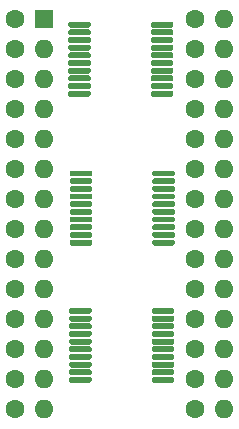
<source format=gts>
G04 #@! TF.GenerationSoftware,KiCad,Pcbnew,(5.1.8)-1*
G04 #@! TF.CreationDate,2021-02-05T23:49:50-08:00*
G04 #@! TF.ProjectId,ROM_Emulator,524f4d5f-456d-4756-9c61-746f722e6b69,rev?*
G04 #@! TF.SameCoordinates,Original*
G04 #@! TF.FileFunction,Soldermask,Top*
G04 #@! TF.FilePolarity,Negative*
%FSLAX46Y46*%
G04 Gerber Fmt 4.6, Leading zero omitted, Abs format (unit mm)*
G04 Created by KiCad (PCBNEW (5.1.8)-1) date 2021-02-05 23:49:50*
%MOMM*%
%LPD*%
G01*
G04 APERTURE LIST*
%ADD10C,1.600000*%
%ADD11O,1.600000X1.600000*%
%ADD12R,1.600000X1.600000*%
G04 APERTURE END LIST*
D10*
X179806600Y-116967000D03*
X164566600Y-116967000D03*
X179806600Y-114427000D03*
X179806600Y-111887000D03*
X179806600Y-109347000D03*
X179806600Y-106807000D03*
X179806600Y-104267000D03*
X179806600Y-101727000D03*
X179806600Y-99187000D03*
X179806600Y-96647000D03*
X179806600Y-94107000D03*
X179806600Y-91567000D03*
X179806600Y-89027000D03*
X179806600Y-86487000D03*
X179806600Y-83947000D03*
X164566600Y-114427000D03*
X164566600Y-111887000D03*
X164566600Y-109347000D03*
X164566600Y-106807000D03*
X164566600Y-104267000D03*
X164566600Y-101727000D03*
X164566600Y-99187000D03*
X164566600Y-96647000D03*
X164566600Y-94107000D03*
X164566600Y-91567000D03*
X164566600Y-89027000D03*
X164566600Y-86487000D03*
X164566600Y-83947000D03*
G36*
G01*
X169057400Y-84525200D02*
X169057400Y-84275200D01*
G75*
G02*
X169182400Y-84150200I125000J0D01*
G01*
X170832400Y-84150200D01*
G75*
G02*
X170957400Y-84275200I0J-125000D01*
G01*
X170957400Y-84525200D01*
G75*
G02*
X170832400Y-84650200I-125000J0D01*
G01*
X169182400Y-84650200D01*
G75*
G02*
X169057400Y-84525200I0J125000D01*
G01*
G37*
G36*
G01*
X169057400Y-85175200D02*
X169057400Y-84925200D01*
G75*
G02*
X169182400Y-84800200I125000J0D01*
G01*
X170832400Y-84800200D01*
G75*
G02*
X170957400Y-84925200I0J-125000D01*
G01*
X170957400Y-85175200D01*
G75*
G02*
X170832400Y-85300200I-125000J0D01*
G01*
X169182400Y-85300200D01*
G75*
G02*
X169057400Y-85175200I0J125000D01*
G01*
G37*
G36*
G01*
X169057400Y-85825200D02*
X169057400Y-85575200D01*
G75*
G02*
X169182400Y-85450200I125000J0D01*
G01*
X170832400Y-85450200D01*
G75*
G02*
X170957400Y-85575200I0J-125000D01*
G01*
X170957400Y-85825200D01*
G75*
G02*
X170832400Y-85950200I-125000J0D01*
G01*
X169182400Y-85950200D01*
G75*
G02*
X169057400Y-85825200I0J125000D01*
G01*
G37*
G36*
G01*
X169057400Y-86475200D02*
X169057400Y-86225200D01*
G75*
G02*
X169182400Y-86100200I125000J0D01*
G01*
X170832400Y-86100200D01*
G75*
G02*
X170957400Y-86225200I0J-125000D01*
G01*
X170957400Y-86475200D01*
G75*
G02*
X170832400Y-86600200I-125000J0D01*
G01*
X169182400Y-86600200D01*
G75*
G02*
X169057400Y-86475200I0J125000D01*
G01*
G37*
G36*
G01*
X169057400Y-87125200D02*
X169057400Y-86875200D01*
G75*
G02*
X169182400Y-86750200I125000J0D01*
G01*
X170832400Y-86750200D01*
G75*
G02*
X170957400Y-86875200I0J-125000D01*
G01*
X170957400Y-87125200D01*
G75*
G02*
X170832400Y-87250200I-125000J0D01*
G01*
X169182400Y-87250200D01*
G75*
G02*
X169057400Y-87125200I0J125000D01*
G01*
G37*
G36*
G01*
X169057400Y-87775200D02*
X169057400Y-87525200D01*
G75*
G02*
X169182400Y-87400200I125000J0D01*
G01*
X170832400Y-87400200D01*
G75*
G02*
X170957400Y-87525200I0J-125000D01*
G01*
X170957400Y-87775200D01*
G75*
G02*
X170832400Y-87900200I-125000J0D01*
G01*
X169182400Y-87900200D01*
G75*
G02*
X169057400Y-87775200I0J125000D01*
G01*
G37*
G36*
G01*
X169057400Y-88425200D02*
X169057400Y-88175200D01*
G75*
G02*
X169182400Y-88050200I125000J0D01*
G01*
X170832400Y-88050200D01*
G75*
G02*
X170957400Y-88175200I0J-125000D01*
G01*
X170957400Y-88425200D01*
G75*
G02*
X170832400Y-88550200I-125000J0D01*
G01*
X169182400Y-88550200D01*
G75*
G02*
X169057400Y-88425200I0J125000D01*
G01*
G37*
G36*
G01*
X169057400Y-89075200D02*
X169057400Y-88825200D01*
G75*
G02*
X169182400Y-88700200I125000J0D01*
G01*
X170832400Y-88700200D01*
G75*
G02*
X170957400Y-88825200I0J-125000D01*
G01*
X170957400Y-89075200D01*
G75*
G02*
X170832400Y-89200200I-125000J0D01*
G01*
X169182400Y-89200200D01*
G75*
G02*
X169057400Y-89075200I0J125000D01*
G01*
G37*
G36*
G01*
X169057400Y-89725200D02*
X169057400Y-89475200D01*
G75*
G02*
X169182400Y-89350200I125000J0D01*
G01*
X170832400Y-89350200D01*
G75*
G02*
X170957400Y-89475200I0J-125000D01*
G01*
X170957400Y-89725200D01*
G75*
G02*
X170832400Y-89850200I-125000J0D01*
G01*
X169182400Y-89850200D01*
G75*
G02*
X169057400Y-89725200I0J125000D01*
G01*
G37*
G36*
G01*
X169057400Y-90375200D02*
X169057400Y-90125200D01*
G75*
G02*
X169182400Y-90000200I125000J0D01*
G01*
X170832400Y-90000200D01*
G75*
G02*
X170957400Y-90125200I0J-125000D01*
G01*
X170957400Y-90375200D01*
G75*
G02*
X170832400Y-90500200I-125000J0D01*
G01*
X169182400Y-90500200D01*
G75*
G02*
X169057400Y-90375200I0J125000D01*
G01*
G37*
G36*
G01*
X176057400Y-90375200D02*
X176057400Y-90125200D01*
G75*
G02*
X176182400Y-90000200I125000J0D01*
G01*
X177832400Y-90000200D01*
G75*
G02*
X177957400Y-90125200I0J-125000D01*
G01*
X177957400Y-90375200D01*
G75*
G02*
X177832400Y-90500200I-125000J0D01*
G01*
X176182400Y-90500200D01*
G75*
G02*
X176057400Y-90375200I0J125000D01*
G01*
G37*
G36*
G01*
X176057400Y-89725200D02*
X176057400Y-89475200D01*
G75*
G02*
X176182400Y-89350200I125000J0D01*
G01*
X177832400Y-89350200D01*
G75*
G02*
X177957400Y-89475200I0J-125000D01*
G01*
X177957400Y-89725200D01*
G75*
G02*
X177832400Y-89850200I-125000J0D01*
G01*
X176182400Y-89850200D01*
G75*
G02*
X176057400Y-89725200I0J125000D01*
G01*
G37*
G36*
G01*
X176057400Y-89075200D02*
X176057400Y-88825200D01*
G75*
G02*
X176182400Y-88700200I125000J0D01*
G01*
X177832400Y-88700200D01*
G75*
G02*
X177957400Y-88825200I0J-125000D01*
G01*
X177957400Y-89075200D01*
G75*
G02*
X177832400Y-89200200I-125000J0D01*
G01*
X176182400Y-89200200D01*
G75*
G02*
X176057400Y-89075200I0J125000D01*
G01*
G37*
G36*
G01*
X176057400Y-88425200D02*
X176057400Y-88175200D01*
G75*
G02*
X176182400Y-88050200I125000J0D01*
G01*
X177832400Y-88050200D01*
G75*
G02*
X177957400Y-88175200I0J-125000D01*
G01*
X177957400Y-88425200D01*
G75*
G02*
X177832400Y-88550200I-125000J0D01*
G01*
X176182400Y-88550200D01*
G75*
G02*
X176057400Y-88425200I0J125000D01*
G01*
G37*
G36*
G01*
X176057400Y-87775200D02*
X176057400Y-87525200D01*
G75*
G02*
X176182400Y-87400200I125000J0D01*
G01*
X177832400Y-87400200D01*
G75*
G02*
X177957400Y-87525200I0J-125000D01*
G01*
X177957400Y-87775200D01*
G75*
G02*
X177832400Y-87900200I-125000J0D01*
G01*
X176182400Y-87900200D01*
G75*
G02*
X176057400Y-87775200I0J125000D01*
G01*
G37*
G36*
G01*
X176057400Y-87125200D02*
X176057400Y-86875200D01*
G75*
G02*
X176182400Y-86750200I125000J0D01*
G01*
X177832400Y-86750200D01*
G75*
G02*
X177957400Y-86875200I0J-125000D01*
G01*
X177957400Y-87125200D01*
G75*
G02*
X177832400Y-87250200I-125000J0D01*
G01*
X176182400Y-87250200D01*
G75*
G02*
X176057400Y-87125200I0J125000D01*
G01*
G37*
G36*
G01*
X176057400Y-86475200D02*
X176057400Y-86225200D01*
G75*
G02*
X176182400Y-86100200I125000J0D01*
G01*
X177832400Y-86100200D01*
G75*
G02*
X177957400Y-86225200I0J-125000D01*
G01*
X177957400Y-86475200D01*
G75*
G02*
X177832400Y-86600200I-125000J0D01*
G01*
X176182400Y-86600200D01*
G75*
G02*
X176057400Y-86475200I0J125000D01*
G01*
G37*
G36*
G01*
X176057400Y-85825200D02*
X176057400Y-85575200D01*
G75*
G02*
X176182400Y-85450200I125000J0D01*
G01*
X177832400Y-85450200D01*
G75*
G02*
X177957400Y-85575200I0J-125000D01*
G01*
X177957400Y-85825200D01*
G75*
G02*
X177832400Y-85950200I-125000J0D01*
G01*
X176182400Y-85950200D01*
G75*
G02*
X176057400Y-85825200I0J125000D01*
G01*
G37*
G36*
G01*
X176057400Y-85175200D02*
X176057400Y-84925200D01*
G75*
G02*
X176182400Y-84800200I125000J0D01*
G01*
X177832400Y-84800200D01*
G75*
G02*
X177957400Y-84925200I0J-125000D01*
G01*
X177957400Y-85175200D01*
G75*
G02*
X177832400Y-85300200I-125000J0D01*
G01*
X176182400Y-85300200D01*
G75*
G02*
X176057400Y-85175200I0J125000D01*
G01*
G37*
G36*
G01*
X176057400Y-84525200D02*
X176057400Y-84275200D01*
G75*
G02*
X176182400Y-84150200I125000J0D01*
G01*
X177832400Y-84150200D01*
G75*
G02*
X177957400Y-84275200I0J-125000D01*
G01*
X177957400Y-84525200D01*
G75*
G02*
X177832400Y-84650200I-125000J0D01*
G01*
X176182400Y-84650200D01*
G75*
G02*
X176057400Y-84525200I0J125000D01*
G01*
G37*
G36*
G01*
X176184400Y-97123600D02*
X176184400Y-96873600D01*
G75*
G02*
X176309400Y-96748600I125000J0D01*
G01*
X177959400Y-96748600D01*
G75*
G02*
X178084400Y-96873600I0J-125000D01*
G01*
X178084400Y-97123600D01*
G75*
G02*
X177959400Y-97248600I-125000J0D01*
G01*
X176309400Y-97248600D01*
G75*
G02*
X176184400Y-97123600I0J125000D01*
G01*
G37*
G36*
G01*
X176184400Y-97773600D02*
X176184400Y-97523600D01*
G75*
G02*
X176309400Y-97398600I125000J0D01*
G01*
X177959400Y-97398600D01*
G75*
G02*
X178084400Y-97523600I0J-125000D01*
G01*
X178084400Y-97773600D01*
G75*
G02*
X177959400Y-97898600I-125000J0D01*
G01*
X176309400Y-97898600D01*
G75*
G02*
X176184400Y-97773600I0J125000D01*
G01*
G37*
G36*
G01*
X176184400Y-98423600D02*
X176184400Y-98173600D01*
G75*
G02*
X176309400Y-98048600I125000J0D01*
G01*
X177959400Y-98048600D01*
G75*
G02*
X178084400Y-98173600I0J-125000D01*
G01*
X178084400Y-98423600D01*
G75*
G02*
X177959400Y-98548600I-125000J0D01*
G01*
X176309400Y-98548600D01*
G75*
G02*
X176184400Y-98423600I0J125000D01*
G01*
G37*
G36*
G01*
X176184400Y-99073600D02*
X176184400Y-98823600D01*
G75*
G02*
X176309400Y-98698600I125000J0D01*
G01*
X177959400Y-98698600D01*
G75*
G02*
X178084400Y-98823600I0J-125000D01*
G01*
X178084400Y-99073600D01*
G75*
G02*
X177959400Y-99198600I-125000J0D01*
G01*
X176309400Y-99198600D01*
G75*
G02*
X176184400Y-99073600I0J125000D01*
G01*
G37*
G36*
G01*
X176184400Y-99723600D02*
X176184400Y-99473600D01*
G75*
G02*
X176309400Y-99348600I125000J0D01*
G01*
X177959400Y-99348600D01*
G75*
G02*
X178084400Y-99473600I0J-125000D01*
G01*
X178084400Y-99723600D01*
G75*
G02*
X177959400Y-99848600I-125000J0D01*
G01*
X176309400Y-99848600D01*
G75*
G02*
X176184400Y-99723600I0J125000D01*
G01*
G37*
G36*
G01*
X176184400Y-100373600D02*
X176184400Y-100123600D01*
G75*
G02*
X176309400Y-99998600I125000J0D01*
G01*
X177959400Y-99998600D01*
G75*
G02*
X178084400Y-100123600I0J-125000D01*
G01*
X178084400Y-100373600D01*
G75*
G02*
X177959400Y-100498600I-125000J0D01*
G01*
X176309400Y-100498600D01*
G75*
G02*
X176184400Y-100373600I0J125000D01*
G01*
G37*
G36*
G01*
X176184400Y-101023600D02*
X176184400Y-100773600D01*
G75*
G02*
X176309400Y-100648600I125000J0D01*
G01*
X177959400Y-100648600D01*
G75*
G02*
X178084400Y-100773600I0J-125000D01*
G01*
X178084400Y-101023600D01*
G75*
G02*
X177959400Y-101148600I-125000J0D01*
G01*
X176309400Y-101148600D01*
G75*
G02*
X176184400Y-101023600I0J125000D01*
G01*
G37*
G36*
G01*
X176184400Y-101673600D02*
X176184400Y-101423600D01*
G75*
G02*
X176309400Y-101298600I125000J0D01*
G01*
X177959400Y-101298600D01*
G75*
G02*
X178084400Y-101423600I0J-125000D01*
G01*
X178084400Y-101673600D01*
G75*
G02*
X177959400Y-101798600I-125000J0D01*
G01*
X176309400Y-101798600D01*
G75*
G02*
X176184400Y-101673600I0J125000D01*
G01*
G37*
G36*
G01*
X176184400Y-102323600D02*
X176184400Y-102073600D01*
G75*
G02*
X176309400Y-101948600I125000J0D01*
G01*
X177959400Y-101948600D01*
G75*
G02*
X178084400Y-102073600I0J-125000D01*
G01*
X178084400Y-102323600D01*
G75*
G02*
X177959400Y-102448600I-125000J0D01*
G01*
X176309400Y-102448600D01*
G75*
G02*
X176184400Y-102323600I0J125000D01*
G01*
G37*
G36*
G01*
X176184400Y-102973600D02*
X176184400Y-102723600D01*
G75*
G02*
X176309400Y-102598600I125000J0D01*
G01*
X177959400Y-102598600D01*
G75*
G02*
X178084400Y-102723600I0J-125000D01*
G01*
X178084400Y-102973600D01*
G75*
G02*
X177959400Y-103098600I-125000J0D01*
G01*
X176309400Y-103098600D01*
G75*
G02*
X176184400Y-102973600I0J125000D01*
G01*
G37*
G36*
G01*
X169184400Y-102973600D02*
X169184400Y-102723600D01*
G75*
G02*
X169309400Y-102598600I125000J0D01*
G01*
X170959400Y-102598600D01*
G75*
G02*
X171084400Y-102723600I0J-125000D01*
G01*
X171084400Y-102973600D01*
G75*
G02*
X170959400Y-103098600I-125000J0D01*
G01*
X169309400Y-103098600D01*
G75*
G02*
X169184400Y-102973600I0J125000D01*
G01*
G37*
G36*
G01*
X169184400Y-102323600D02*
X169184400Y-102073600D01*
G75*
G02*
X169309400Y-101948600I125000J0D01*
G01*
X170959400Y-101948600D01*
G75*
G02*
X171084400Y-102073600I0J-125000D01*
G01*
X171084400Y-102323600D01*
G75*
G02*
X170959400Y-102448600I-125000J0D01*
G01*
X169309400Y-102448600D01*
G75*
G02*
X169184400Y-102323600I0J125000D01*
G01*
G37*
G36*
G01*
X169184400Y-101673600D02*
X169184400Y-101423600D01*
G75*
G02*
X169309400Y-101298600I125000J0D01*
G01*
X170959400Y-101298600D01*
G75*
G02*
X171084400Y-101423600I0J-125000D01*
G01*
X171084400Y-101673600D01*
G75*
G02*
X170959400Y-101798600I-125000J0D01*
G01*
X169309400Y-101798600D01*
G75*
G02*
X169184400Y-101673600I0J125000D01*
G01*
G37*
G36*
G01*
X169184400Y-101023600D02*
X169184400Y-100773600D01*
G75*
G02*
X169309400Y-100648600I125000J0D01*
G01*
X170959400Y-100648600D01*
G75*
G02*
X171084400Y-100773600I0J-125000D01*
G01*
X171084400Y-101023600D01*
G75*
G02*
X170959400Y-101148600I-125000J0D01*
G01*
X169309400Y-101148600D01*
G75*
G02*
X169184400Y-101023600I0J125000D01*
G01*
G37*
G36*
G01*
X169184400Y-100373600D02*
X169184400Y-100123600D01*
G75*
G02*
X169309400Y-99998600I125000J0D01*
G01*
X170959400Y-99998600D01*
G75*
G02*
X171084400Y-100123600I0J-125000D01*
G01*
X171084400Y-100373600D01*
G75*
G02*
X170959400Y-100498600I-125000J0D01*
G01*
X169309400Y-100498600D01*
G75*
G02*
X169184400Y-100373600I0J125000D01*
G01*
G37*
G36*
G01*
X169184400Y-99723600D02*
X169184400Y-99473600D01*
G75*
G02*
X169309400Y-99348600I125000J0D01*
G01*
X170959400Y-99348600D01*
G75*
G02*
X171084400Y-99473600I0J-125000D01*
G01*
X171084400Y-99723600D01*
G75*
G02*
X170959400Y-99848600I-125000J0D01*
G01*
X169309400Y-99848600D01*
G75*
G02*
X169184400Y-99723600I0J125000D01*
G01*
G37*
G36*
G01*
X169184400Y-99073600D02*
X169184400Y-98823600D01*
G75*
G02*
X169309400Y-98698600I125000J0D01*
G01*
X170959400Y-98698600D01*
G75*
G02*
X171084400Y-98823600I0J-125000D01*
G01*
X171084400Y-99073600D01*
G75*
G02*
X170959400Y-99198600I-125000J0D01*
G01*
X169309400Y-99198600D01*
G75*
G02*
X169184400Y-99073600I0J125000D01*
G01*
G37*
G36*
G01*
X169184400Y-98423600D02*
X169184400Y-98173600D01*
G75*
G02*
X169309400Y-98048600I125000J0D01*
G01*
X170959400Y-98048600D01*
G75*
G02*
X171084400Y-98173600I0J-125000D01*
G01*
X171084400Y-98423600D01*
G75*
G02*
X170959400Y-98548600I-125000J0D01*
G01*
X169309400Y-98548600D01*
G75*
G02*
X169184400Y-98423600I0J125000D01*
G01*
G37*
G36*
G01*
X169184400Y-97773600D02*
X169184400Y-97523600D01*
G75*
G02*
X169309400Y-97398600I125000J0D01*
G01*
X170959400Y-97398600D01*
G75*
G02*
X171084400Y-97523600I0J-125000D01*
G01*
X171084400Y-97773600D01*
G75*
G02*
X170959400Y-97898600I-125000J0D01*
G01*
X169309400Y-97898600D01*
G75*
G02*
X169184400Y-97773600I0J125000D01*
G01*
G37*
G36*
G01*
X169184400Y-97123600D02*
X169184400Y-96873600D01*
G75*
G02*
X169309400Y-96748600I125000J0D01*
G01*
X170959400Y-96748600D01*
G75*
G02*
X171084400Y-96873600I0J-125000D01*
G01*
X171084400Y-97123600D01*
G75*
G02*
X170959400Y-97248600I-125000J0D01*
G01*
X169309400Y-97248600D01*
G75*
G02*
X169184400Y-97123600I0J125000D01*
G01*
G37*
G36*
G01*
X176133600Y-108756800D02*
X176133600Y-108506800D01*
G75*
G02*
X176258600Y-108381800I125000J0D01*
G01*
X177908600Y-108381800D01*
G75*
G02*
X178033600Y-108506800I0J-125000D01*
G01*
X178033600Y-108756800D01*
G75*
G02*
X177908600Y-108881800I-125000J0D01*
G01*
X176258600Y-108881800D01*
G75*
G02*
X176133600Y-108756800I0J125000D01*
G01*
G37*
G36*
G01*
X176133600Y-109406800D02*
X176133600Y-109156800D01*
G75*
G02*
X176258600Y-109031800I125000J0D01*
G01*
X177908600Y-109031800D01*
G75*
G02*
X178033600Y-109156800I0J-125000D01*
G01*
X178033600Y-109406800D01*
G75*
G02*
X177908600Y-109531800I-125000J0D01*
G01*
X176258600Y-109531800D01*
G75*
G02*
X176133600Y-109406800I0J125000D01*
G01*
G37*
G36*
G01*
X176133600Y-110056800D02*
X176133600Y-109806800D01*
G75*
G02*
X176258600Y-109681800I125000J0D01*
G01*
X177908600Y-109681800D01*
G75*
G02*
X178033600Y-109806800I0J-125000D01*
G01*
X178033600Y-110056800D01*
G75*
G02*
X177908600Y-110181800I-125000J0D01*
G01*
X176258600Y-110181800D01*
G75*
G02*
X176133600Y-110056800I0J125000D01*
G01*
G37*
G36*
G01*
X176133600Y-110706800D02*
X176133600Y-110456800D01*
G75*
G02*
X176258600Y-110331800I125000J0D01*
G01*
X177908600Y-110331800D01*
G75*
G02*
X178033600Y-110456800I0J-125000D01*
G01*
X178033600Y-110706800D01*
G75*
G02*
X177908600Y-110831800I-125000J0D01*
G01*
X176258600Y-110831800D01*
G75*
G02*
X176133600Y-110706800I0J125000D01*
G01*
G37*
G36*
G01*
X176133600Y-111356800D02*
X176133600Y-111106800D01*
G75*
G02*
X176258600Y-110981800I125000J0D01*
G01*
X177908600Y-110981800D01*
G75*
G02*
X178033600Y-111106800I0J-125000D01*
G01*
X178033600Y-111356800D01*
G75*
G02*
X177908600Y-111481800I-125000J0D01*
G01*
X176258600Y-111481800D01*
G75*
G02*
X176133600Y-111356800I0J125000D01*
G01*
G37*
G36*
G01*
X176133600Y-112006800D02*
X176133600Y-111756800D01*
G75*
G02*
X176258600Y-111631800I125000J0D01*
G01*
X177908600Y-111631800D01*
G75*
G02*
X178033600Y-111756800I0J-125000D01*
G01*
X178033600Y-112006800D01*
G75*
G02*
X177908600Y-112131800I-125000J0D01*
G01*
X176258600Y-112131800D01*
G75*
G02*
X176133600Y-112006800I0J125000D01*
G01*
G37*
G36*
G01*
X176133600Y-112656800D02*
X176133600Y-112406800D01*
G75*
G02*
X176258600Y-112281800I125000J0D01*
G01*
X177908600Y-112281800D01*
G75*
G02*
X178033600Y-112406800I0J-125000D01*
G01*
X178033600Y-112656800D01*
G75*
G02*
X177908600Y-112781800I-125000J0D01*
G01*
X176258600Y-112781800D01*
G75*
G02*
X176133600Y-112656800I0J125000D01*
G01*
G37*
G36*
G01*
X176133600Y-113306800D02*
X176133600Y-113056800D01*
G75*
G02*
X176258600Y-112931800I125000J0D01*
G01*
X177908600Y-112931800D01*
G75*
G02*
X178033600Y-113056800I0J-125000D01*
G01*
X178033600Y-113306800D01*
G75*
G02*
X177908600Y-113431800I-125000J0D01*
G01*
X176258600Y-113431800D01*
G75*
G02*
X176133600Y-113306800I0J125000D01*
G01*
G37*
G36*
G01*
X176133600Y-113956800D02*
X176133600Y-113706800D01*
G75*
G02*
X176258600Y-113581800I125000J0D01*
G01*
X177908600Y-113581800D01*
G75*
G02*
X178033600Y-113706800I0J-125000D01*
G01*
X178033600Y-113956800D01*
G75*
G02*
X177908600Y-114081800I-125000J0D01*
G01*
X176258600Y-114081800D01*
G75*
G02*
X176133600Y-113956800I0J125000D01*
G01*
G37*
G36*
G01*
X176133600Y-114606800D02*
X176133600Y-114356800D01*
G75*
G02*
X176258600Y-114231800I125000J0D01*
G01*
X177908600Y-114231800D01*
G75*
G02*
X178033600Y-114356800I0J-125000D01*
G01*
X178033600Y-114606800D01*
G75*
G02*
X177908600Y-114731800I-125000J0D01*
G01*
X176258600Y-114731800D01*
G75*
G02*
X176133600Y-114606800I0J125000D01*
G01*
G37*
G36*
G01*
X169133600Y-114606800D02*
X169133600Y-114356800D01*
G75*
G02*
X169258600Y-114231800I125000J0D01*
G01*
X170908600Y-114231800D01*
G75*
G02*
X171033600Y-114356800I0J-125000D01*
G01*
X171033600Y-114606800D01*
G75*
G02*
X170908600Y-114731800I-125000J0D01*
G01*
X169258600Y-114731800D01*
G75*
G02*
X169133600Y-114606800I0J125000D01*
G01*
G37*
G36*
G01*
X169133600Y-113956800D02*
X169133600Y-113706800D01*
G75*
G02*
X169258600Y-113581800I125000J0D01*
G01*
X170908600Y-113581800D01*
G75*
G02*
X171033600Y-113706800I0J-125000D01*
G01*
X171033600Y-113956800D01*
G75*
G02*
X170908600Y-114081800I-125000J0D01*
G01*
X169258600Y-114081800D01*
G75*
G02*
X169133600Y-113956800I0J125000D01*
G01*
G37*
G36*
G01*
X169133600Y-113306800D02*
X169133600Y-113056800D01*
G75*
G02*
X169258600Y-112931800I125000J0D01*
G01*
X170908600Y-112931800D01*
G75*
G02*
X171033600Y-113056800I0J-125000D01*
G01*
X171033600Y-113306800D01*
G75*
G02*
X170908600Y-113431800I-125000J0D01*
G01*
X169258600Y-113431800D01*
G75*
G02*
X169133600Y-113306800I0J125000D01*
G01*
G37*
G36*
G01*
X169133600Y-112656800D02*
X169133600Y-112406800D01*
G75*
G02*
X169258600Y-112281800I125000J0D01*
G01*
X170908600Y-112281800D01*
G75*
G02*
X171033600Y-112406800I0J-125000D01*
G01*
X171033600Y-112656800D01*
G75*
G02*
X170908600Y-112781800I-125000J0D01*
G01*
X169258600Y-112781800D01*
G75*
G02*
X169133600Y-112656800I0J125000D01*
G01*
G37*
G36*
G01*
X169133600Y-112006800D02*
X169133600Y-111756800D01*
G75*
G02*
X169258600Y-111631800I125000J0D01*
G01*
X170908600Y-111631800D01*
G75*
G02*
X171033600Y-111756800I0J-125000D01*
G01*
X171033600Y-112006800D01*
G75*
G02*
X170908600Y-112131800I-125000J0D01*
G01*
X169258600Y-112131800D01*
G75*
G02*
X169133600Y-112006800I0J125000D01*
G01*
G37*
G36*
G01*
X169133600Y-111356800D02*
X169133600Y-111106800D01*
G75*
G02*
X169258600Y-110981800I125000J0D01*
G01*
X170908600Y-110981800D01*
G75*
G02*
X171033600Y-111106800I0J-125000D01*
G01*
X171033600Y-111356800D01*
G75*
G02*
X170908600Y-111481800I-125000J0D01*
G01*
X169258600Y-111481800D01*
G75*
G02*
X169133600Y-111356800I0J125000D01*
G01*
G37*
G36*
G01*
X169133600Y-110706800D02*
X169133600Y-110456800D01*
G75*
G02*
X169258600Y-110331800I125000J0D01*
G01*
X170908600Y-110331800D01*
G75*
G02*
X171033600Y-110456800I0J-125000D01*
G01*
X171033600Y-110706800D01*
G75*
G02*
X170908600Y-110831800I-125000J0D01*
G01*
X169258600Y-110831800D01*
G75*
G02*
X169133600Y-110706800I0J125000D01*
G01*
G37*
G36*
G01*
X169133600Y-110056800D02*
X169133600Y-109806800D01*
G75*
G02*
X169258600Y-109681800I125000J0D01*
G01*
X170908600Y-109681800D01*
G75*
G02*
X171033600Y-109806800I0J-125000D01*
G01*
X171033600Y-110056800D01*
G75*
G02*
X170908600Y-110181800I-125000J0D01*
G01*
X169258600Y-110181800D01*
G75*
G02*
X169133600Y-110056800I0J125000D01*
G01*
G37*
G36*
G01*
X169133600Y-109406800D02*
X169133600Y-109156800D01*
G75*
G02*
X169258600Y-109031800I125000J0D01*
G01*
X170908600Y-109031800D01*
G75*
G02*
X171033600Y-109156800I0J-125000D01*
G01*
X171033600Y-109406800D01*
G75*
G02*
X170908600Y-109531800I-125000J0D01*
G01*
X169258600Y-109531800D01*
G75*
G02*
X169133600Y-109406800I0J125000D01*
G01*
G37*
G36*
G01*
X169133600Y-108756800D02*
X169133600Y-108506800D01*
G75*
G02*
X169258600Y-108381800I125000J0D01*
G01*
X170908600Y-108381800D01*
G75*
G02*
X171033600Y-108506800I0J-125000D01*
G01*
X171033600Y-108756800D01*
G75*
G02*
X170908600Y-108881800I-125000J0D01*
G01*
X169258600Y-108881800D01*
G75*
G02*
X169133600Y-108756800I0J125000D01*
G01*
G37*
D11*
X182270400Y-83947000D03*
X167030400Y-116967000D03*
X182270400Y-86487000D03*
X167030400Y-114427000D03*
X182270400Y-89027000D03*
X167030400Y-111887000D03*
X182270400Y-91567000D03*
X167030400Y-109347000D03*
X182270400Y-94107000D03*
X167030400Y-106807000D03*
X182270400Y-96647000D03*
X167030400Y-104267000D03*
X182270400Y-99187000D03*
X167030400Y-101727000D03*
X182270400Y-101727000D03*
X167030400Y-99187000D03*
X182270400Y-104267000D03*
X167030400Y-96647000D03*
X182270400Y-106807000D03*
X167030400Y-94107000D03*
X182270400Y-109347000D03*
X167030400Y-91567000D03*
X182270400Y-111887000D03*
X167030400Y-89027000D03*
X182270400Y-114427000D03*
X167030400Y-86487000D03*
X182270400Y-116967000D03*
D12*
X167030400Y-83947000D03*
M02*

</source>
